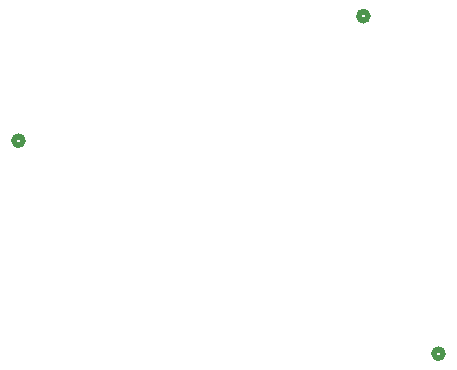
<source format=gbr>
%TF.GenerationSoftware,Altium Limited,Altium Designer,22.4.2 (48)*%
G04 Layer_Color=32896*
%FSLAX26Y26*%
%MOIN*%
%TF.SameCoordinates,DD4E5991-19CE-4C14-B0C1-6D61C62B9851*%
%TF.FilePolarity,Positive*%
%TF.FileFunction,Legend,Bot*%
%TF.Part,Single*%
G01*
G75*
%TA.AperFunction,NonConductor*%
%ADD55C,0.020000*%
D55*
X2140000Y1770000D02*
G03*
X2140000Y1770000I-15000J0D01*
G01*
X990000Y1355000D02*
G03*
X990000Y1355000I-15000J0D01*
G01*
X2390000Y645000D02*
G03*
X2390000Y645000I-15000J0D01*
G01*
%TF.MD5,02fe2047f8a8a3103895282e36476944*%
M02*

</source>
